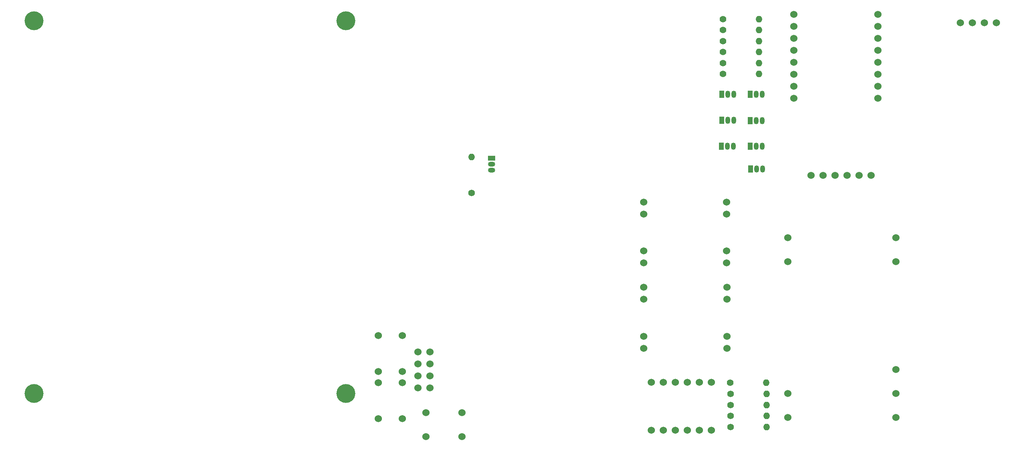
<source format=gbr>
%TF.GenerationSoftware,KiCad,Pcbnew,(6.0.2)*%
%TF.CreationDate,2022-08-09T19:55:16+09:00*%
%TF.ProjectId,dash,64617368-2e6b-4696-9361-645f70636258,rev?*%
%TF.SameCoordinates,Original*%
%TF.FileFunction,Soldermask,Bot*%
%TF.FilePolarity,Negative*%
%FSLAX46Y46*%
G04 Gerber Fmt 4.6, Leading zero omitted, Abs format (unit mm)*
G04 Created by KiCad (PCBNEW (6.0.2)) date 2022-08-09 19:55:16*
%MOMM*%
%LPD*%
G01*
G04 APERTURE LIST*
%ADD10C,1.524000*%
%ADD11C,1.400000*%
%ADD12O,1.400000X1.400000*%
%ADD13R,1.050000X1.500000*%
%ADD14O,1.050000X1.500000*%
%ADD15C,4.000000*%
%ADD16R,1.500000X1.050000*%
%ADD17O,1.500000X1.050000*%
G04 APERTURE END LIST*
D10*
%TO.C,U4*%
X196728000Y-135180000D03*
X201808000Y-135180000D03*
X194188000Y-135180000D03*
X199268000Y-135180000D03*
X204348000Y-135180000D03*
X191648000Y-135180000D03*
%TD*%
D11*
%TO.C,R4*%
X174610000Y-186170000D03*
D12*
X182230000Y-186170000D03*
%TD*%
D11*
%TO.C,R10*%
X172980000Y-109050000D03*
D12*
X180600000Y-109050000D03*
%TD*%
D13*
%TO.C,Q6*%
X178840000Y-133870000D03*
D14*
X180110000Y-133870000D03*
X181380000Y-133870000D03*
%TD*%
D11*
%TO.C,R5*%
X174610000Y-188550000D03*
D12*
X182230000Y-188550000D03*
%TD*%
D10*
%TO.C,U9*%
X230820000Y-102862000D03*
X223200000Y-102862000D03*
X225740000Y-102862000D03*
X228280000Y-102862000D03*
%TD*%
D11*
%TO.C,R11*%
X172980000Y-111390000D03*
D12*
X180600000Y-111390000D03*
%TD*%
D11*
%TO.C,R1*%
X119820000Y-138960000D03*
D12*
X119820000Y-131340000D03*
%TD*%
D11*
%TO.C,R3*%
X174630000Y-181510000D03*
D12*
X182250000Y-181510000D03*
%TD*%
D10*
%TO.C,U5*%
X168050000Y-179040000D03*
X162970000Y-179040000D03*
X157890000Y-189200000D03*
X160430000Y-189200000D03*
X160430000Y-179040000D03*
X165510000Y-179040000D03*
X157890000Y-179040000D03*
X168050000Y-189200000D03*
X162970000Y-189200000D03*
X170590000Y-179040000D03*
X170590000Y-189200000D03*
X165510000Y-189200000D03*
%TD*%
%TO.C,U3*%
X156210000Y-140870000D03*
X156210000Y-143410000D03*
X156210000Y-151230000D03*
X156210000Y-153770000D03*
X173810000Y-153770000D03*
X173810000Y-151230000D03*
X173810000Y-143410000D03*
X173810000Y-140870000D03*
%TD*%
%TO.C,ESP_PROGRAM*%
X105174600Y-179124600D03*
X100094600Y-179124600D03*
X105174600Y-186744600D03*
X100094600Y-186744600D03*
%TD*%
D11*
%TO.C,R6*%
X174620000Y-183870000D03*
D12*
X182240000Y-183870000D03*
%TD*%
D15*
%TO.C,REF\u002A\u002A*%
X27266200Y-102450200D03*
X93266200Y-102450200D03*
X27266200Y-181450200D03*
X93266200Y-181450200D03*
%TD*%
D11*
%TO.C,R12*%
X173000000Y-113680000D03*
D12*
X180620000Y-113680000D03*
%TD*%
D16*
%TO.C,Q3*%
X124050000Y-131550000D03*
D17*
X124050000Y-132820000D03*
X124050000Y-134090000D03*
%TD*%
D11*
%TO.C,R8*%
X172980000Y-104400000D03*
D12*
X180600000Y-104400000D03*
%TD*%
D10*
%TO.C,U10*%
X186749200Y-181431600D03*
X209609200Y-176351600D03*
X209609200Y-148411600D03*
X186749200Y-153491600D03*
X186749200Y-186511600D03*
X186749200Y-148411600D03*
X209609200Y-186511600D03*
X209609200Y-153491600D03*
X209609200Y-181431600D03*
%TD*%
%TO.C,U8*%
X205743000Y-106170800D03*
X187963000Y-106170800D03*
X205743000Y-116330800D03*
X205743000Y-118870800D03*
X187963000Y-108710800D03*
X187963000Y-101090800D03*
X187963000Y-113790800D03*
X205743000Y-113790800D03*
X187963000Y-118870800D03*
X205743000Y-101090800D03*
X187963000Y-111250800D03*
X205743000Y-103630800D03*
X187963000Y-116330800D03*
X205743000Y-111250800D03*
X187963000Y-103630800D03*
X205743000Y-108710800D03*
%TD*%
D13*
%TO.C,Q2*%
X178780000Y-118040000D03*
D14*
X180050000Y-118040000D03*
X181320000Y-118040000D03*
%TD*%
D10*
%TO.C,BOOT0*%
X117789200Y-190579200D03*
X117789200Y-185499200D03*
X110169200Y-190579200D03*
X110169200Y-185499200D03*
%TD*%
D13*
%TO.C,Q1*%
X172760000Y-118040000D03*
D14*
X174030000Y-118040000D03*
X175300000Y-118040000D03*
%TD*%
D13*
%TO.C,Q7*%
X172710000Y-129020000D03*
D14*
X173980000Y-129020000D03*
X175250000Y-129020000D03*
%TD*%
D13*
%TO.C,Q4*%
X172760000Y-123550000D03*
D14*
X174030000Y-123550000D03*
X175300000Y-123550000D03*
%TD*%
D10*
%TO.C,ESP_RST*%
X100104600Y-169180000D03*
X105184600Y-169180000D03*
X105184600Y-176800000D03*
X100104600Y-176800000D03*
%TD*%
%TO.C,U2*%
X108509600Y-175164000D03*
X111049600Y-175164000D03*
X108509600Y-172624000D03*
X108509600Y-177704000D03*
X111049600Y-177704000D03*
X111049600Y-172624000D03*
X111049600Y-180244000D03*
X108509600Y-180244000D03*
%TD*%
%TO.C,U6*%
X156270000Y-158940000D03*
X156270000Y-161480000D03*
X156270000Y-169300000D03*
X156270000Y-171840000D03*
X173870000Y-171840000D03*
X173870000Y-169300000D03*
X173870000Y-161480000D03*
X173870000Y-158940000D03*
%TD*%
D11*
%TO.C,R2*%
X174570000Y-179110000D03*
D12*
X182190000Y-179110000D03*
%TD*%
D11*
%TO.C,R9*%
X172980000Y-106720000D03*
D12*
X180600000Y-106720000D03*
%TD*%
D13*
%TO.C,Q8*%
X178810000Y-129000000D03*
D14*
X180080000Y-129000000D03*
X181350000Y-129000000D03*
%TD*%
D11*
%TO.C,R7*%
X173000000Y-102090000D03*
D12*
X180620000Y-102090000D03*
%TD*%
D13*
%TO.C,Q5*%
X178800000Y-123570000D03*
D14*
X180070000Y-123570000D03*
X181340000Y-123570000D03*
%TD*%
M02*

</source>
